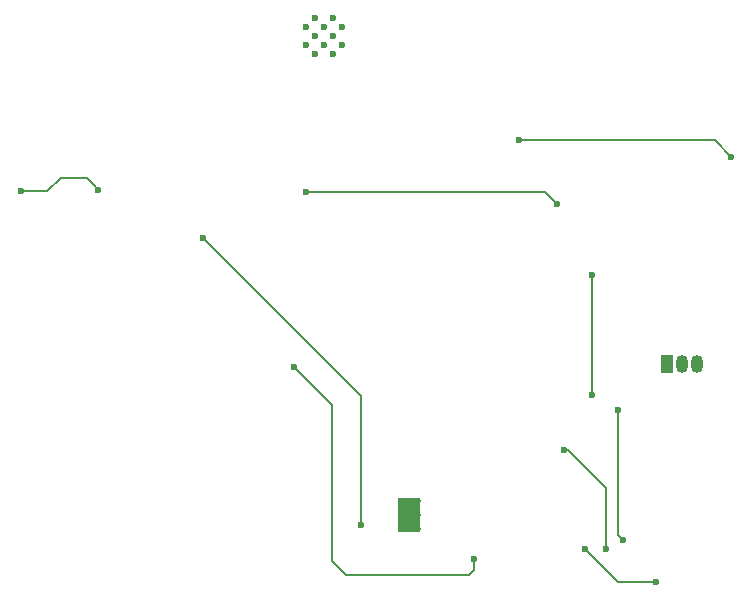
<source format=gbr>
%TF.GenerationSoftware,KiCad,Pcbnew,9.0.0*%
%TF.CreationDate,2025-04-07T19:53:14+05:30*%
%TF.ProjectId,Wearable_Charger,57656172-6162-46c6-95a0-436861726765,rev?*%
%TF.SameCoordinates,Original*%
%TF.FileFunction,Copper,L2,Bot*%
%TF.FilePolarity,Positive*%
%FSLAX46Y46*%
G04 Gerber Fmt 4.6, Leading zero omitted, Abs format (unit mm)*
G04 Created by KiCad (PCBNEW 9.0.0) date 2025-04-07 19:53:14*
%MOMM*%
%LPD*%
G01*
G04 APERTURE LIST*
%TA.AperFunction,ComponentPad*%
%ADD10R,1.050000X1.500000*%
%TD*%
%TA.AperFunction,ComponentPad*%
%ADD11O,1.050000X1.500000*%
%TD*%
%TA.AperFunction,HeatsinkPad*%
%ADD12C,0.600000*%
%TD*%
%TA.AperFunction,HeatsinkPad*%
%ADD13C,0.500000*%
%TD*%
%TA.AperFunction,HeatsinkPad*%
%ADD14R,1.900000X2.900000*%
%TD*%
%TA.AperFunction,ViaPad*%
%ADD15C,0.600000*%
%TD*%
%TA.AperFunction,Conductor*%
%ADD16C,0.200000*%
%TD*%
G04 APERTURE END LIST*
D10*
%TO.P,U7,1,GND*%
%TO.N,/gnd*%
X192730000Y-120760000D03*
D11*
%TO.P,U7,2,DQ*%
%TO.N,Net-(U7-DQ)*%
X194000000Y-120760000D03*
%TO.P,U7,3,V_{DD}*%
%TO.N,/vcc*%
X195270000Y-120760000D03*
%TD*%
D12*
%TO.P,U8,39,GND*%
%TO.N,/gnd*%
X162150000Y-92162500D03*
X162150000Y-93687500D03*
X162912500Y-91400000D03*
X162912500Y-92925000D03*
X162912500Y-94450000D03*
X163675000Y-92162500D03*
X163675000Y-93687500D03*
X164437500Y-91400000D03*
X164437500Y-92925000D03*
X164437500Y-94450000D03*
X165200000Y-92162500D03*
X165200000Y-93687500D03*
%TD*%
D13*
%TO.P,U2,9,EPAD*%
%TO.N,unconnected-(U2-EPAD-Pad9)_7*%
X171625000Y-134705000D03*
%TO.N,unconnected-(U2-EPAD-Pad9)_2*%
X171625000Y-133505000D03*
%TO.N,unconnected-(U2-EPAD-Pad9)_6*%
X171625000Y-132305000D03*
D14*
%TO.N,unconnected-(U2-EPAD-Pad9)_1*%
X170925000Y-133505000D03*
D13*
%TO.N,unconnected-(U2-EPAD-Pad9)_4*%
X170225000Y-134705000D03*
%TO.N,unconnected-(U2-EPAD-Pad9)*%
X170225000Y-133505000D03*
%TO.N,unconnected-(U2-EPAD-Pad9)_5*%
X170225000Y-132305000D03*
%TD*%
D15*
%TO.N,/IN*%
X144600000Y-106000000D03*
X153500000Y-110100000D03*
X166800000Y-134400000D03*
X138090000Y-106110000D03*
%TO.N,/OUT*%
X187600000Y-136400000D03*
X184000000Y-128000000D03*
%TO.N,/5v*%
X176400000Y-137200000D03*
X185800000Y-136400000D03*
X191801000Y-139199000D03*
X161200000Y-121000000D03*
%TO.N,/vcc*%
X186400000Y-123392305D03*
X183400000Y-107200000D03*
X162200000Y-106200000D03*
X186400000Y-113200000D03*
X189000000Y-135600000D03*
X188600000Y-124600000D03*
%TO.N,/GPIO21*%
X198200000Y-103200000D03*
X180200000Y-101800000D03*
%TD*%
D16*
%TO.N,/IN*%
X138090000Y-106110000D02*
X140290000Y-106110000D01*
X144200000Y-105600000D02*
X144600000Y-106000000D01*
X143600000Y-105000000D02*
X144200000Y-105600000D01*
X166800000Y-123400000D02*
X153500000Y-110100000D01*
X141400000Y-105000000D02*
X143600000Y-105000000D01*
X153500000Y-110100000D02*
X153400000Y-110000000D01*
X140290000Y-106110000D02*
X141400000Y-105000000D01*
X166800000Y-134400000D02*
X166800000Y-123400000D01*
%TO.N,/OUT*%
X187600000Y-131200000D02*
X184400000Y-128000000D01*
X184400000Y-128000000D02*
X184000000Y-128000000D01*
X187600000Y-136400000D02*
X187600000Y-131200000D01*
%TO.N,/5v*%
X164400000Y-137400000D02*
X164400000Y-124200000D01*
X185800000Y-136400000D02*
X188599000Y-139199000D01*
X165600000Y-138600000D02*
X167000000Y-138600000D01*
X176400000Y-138201000D02*
X176001000Y-138600000D01*
X167000000Y-138600000D02*
X176001000Y-138600000D01*
X188599000Y-139199000D02*
X191600000Y-139199000D01*
X191600000Y-139199000D02*
X191801000Y-139199000D01*
X164400000Y-124200000D02*
X161200000Y-121000000D01*
X164400000Y-137400000D02*
X165600000Y-138600000D01*
X176400000Y-137200000D02*
X176400000Y-138201000D01*
%TO.N,/vcc*%
X183000000Y-106800000D02*
X183400000Y-107200000D01*
X182800000Y-106600000D02*
X183000000Y-106800000D01*
X188600000Y-124600000D02*
X188600000Y-135200000D01*
X186400000Y-123392305D02*
X186400000Y-113200000D01*
X182400000Y-106200000D02*
X182800000Y-106600000D01*
X189000000Y-135600000D02*
X188900000Y-135500000D01*
X188600000Y-135200000D02*
X189000000Y-135600000D01*
X162200000Y-106200000D02*
X182400000Y-106200000D01*
%TO.N,/GPIO21*%
X198200000Y-103200000D02*
X196800000Y-101800000D01*
X196800000Y-101800000D02*
X180200000Y-101800000D01*
%TD*%
M02*

</source>
